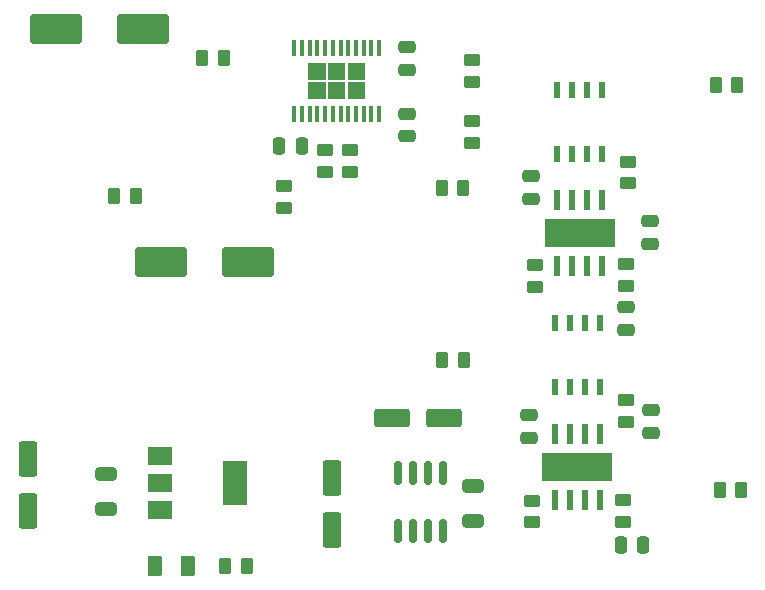
<source format=gtp>
G04 #@! TF.GenerationSoftware,KiCad,Pcbnew,(6.0.4)*
G04 #@! TF.CreationDate,2025-04-28T20:29:24+10:00*
G04 #@! TF.ProjectId,OpenXstim,4f70656e-5873-4746-996d-2e6b69636164,rev?*
G04 #@! TF.SameCoordinates,Original*
G04 #@! TF.FileFunction,Paste,Top*
G04 #@! TF.FilePolarity,Positive*
%FSLAX46Y46*%
G04 Gerber Fmt 4.6, Leading zero omitted, Abs format (unit mm)*
G04 Created by KiCad (PCBNEW (6.0.4)) date 2025-04-28 20:29:24*
%MOMM*%
%LPD*%
G01*
G04 APERTURE LIST*
G04 Aperture macros list*
%AMRoundRect*
0 Rectangle with rounded corners*
0 $1 Rounding radius*
0 $2 $3 $4 $5 $6 $7 $8 $9 X,Y pos of 4 corners*
0 Add a 4 corners polygon primitive as box body*
4,1,4,$2,$3,$4,$5,$6,$7,$8,$9,$2,$3,0*
0 Add four circle primitives for the rounded corners*
1,1,$1+$1,$2,$3*
1,1,$1+$1,$4,$5*
1,1,$1+$1,$6,$7*
1,1,$1+$1,$8,$9*
0 Add four rect primitives between the rounded corners*
20,1,$1+$1,$2,$3,$4,$5,0*
20,1,$1+$1,$4,$5,$6,$7,0*
20,1,$1+$1,$6,$7,$8,$9,0*
20,1,$1+$1,$8,$9,$2,$3,0*%
G04 Aperture macros list end*
%ADD10RoundRect,0.250000X0.262500X0.450000X-0.262500X0.450000X-0.262500X-0.450000X0.262500X-0.450000X0*%
%ADD11RoundRect,0.250000X1.250000X0.550000X-1.250000X0.550000X-1.250000X-0.550000X1.250000X-0.550000X0*%
%ADD12R,0.355600X1.473200*%
%ADD13RoundRect,0.250000X0.450000X-0.262500X0.450000X0.262500X-0.450000X0.262500X-0.450000X-0.262500X0*%
%ADD14RoundRect,0.250000X-0.262500X-0.450000X0.262500X-0.450000X0.262500X0.450000X-0.262500X0.450000X0*%
%ADD15RoundRect,0.250000X-0.250000X-0.475000X0.250000X-0.475000X0.250000X0.475000X-0.250000X0.475000X0*%
%ADD16RoundRect,0.250000X-0.550000X1.250000X-0.550000X-1.250000X0.550000X-1.250000X0.550000X1.250000X0*%
%ADD17RoundRect,0.150000X-0.150000X0.825000X-0.150000X-0.825000X0.150000X-0.825000X0.150000X0.825000X0*%
%ADD18R,2.000000X1.500000*%
%ADD19R,2.000000X3.800000*%
%ADD20RoundRect,0.250000X0.475000X-0.250000X0.475000X0.250000X-0.475000X0.250000X-0.475000X-0.250000X0*%
%ADD21RoundRect,0.250000X0.250000X0.475000X-0.250000X0.475000X-0.250000X-0.475000X0.250000X-0.475000X0*%
%ADD22R,0.600000X1.800000*%
%ADD23R,6.000000X2.400000*%
%ADD24R,0.482600X1.447800*%
%ADD25RoundRect,0.250000X-0.375000X-0.625000X0.375000X-0.625000X0.375000X0.625000X-0.375000X0.625000X0*%
%ADD26RoundRect,0.250000X0.650000X-0.325000X0.650000X0.325000X-0.650000X0.325000X-0.650000X-0.325000X0*%
%ADD27RoundRect,0.250000X-0.450000X0.262500X-0.450000X-0.262500X0.450000X-0.262500X0.450000X0.262500X0*%
%ADD28RoundRect,0.250000X1.950000X1.000000X-1.950000X1.000000X-1.950000X-1.000000X1.950000X-1.000000X0*%
%ADD29RoundRect,0.250000X-0.475000X0.250000X-0.475000X-0.250000X0.475000X-0.250000X0.475000X0.250000X0*%
%ADD30RoundRect,0.250000X0.550000X-1.250000X0.550000X1.250000X-0.550000X1.250000X-0.550000X-1.250000X0*%
G04 APERTURE END LIST*
G36*
X207595800Y-73052000D02*
G01*
X206119400Y-73052000D01*
X206119400Y-71626400D01*
X207595800Y-71626400D01*
X207595800Y-73052000D01*
G37*
G36*
X207595800Y-74677600D02*
G01*
X206119400Y-74677600D01*
X206119400Y-73252000D01*
X207595800Y-73252000D01*
X207595800Y-74677600D01*
G37*
G36*
X204243000Y-73052000D02*
G01*
X202766600Y-73052000D01*
X202766600Y-71626400D01*
X204243000Y-71626400D01*
X204243000Y-73052000D01*
G37*
G36*
X205919400Y-73052000D02*
G01*
X204443000Y-73052000D01*
X204443000Y-71626400D01*
X205919400Y-71626400D01*
X205919400Y-73052000D01*
G37*
G36*
X205919400Y-74677600D02*
G01*
X204443000Y-74677600D01*
X204443000Y-73252000D01*
X205919400Y-73252000D01*
X205919400Y-74677600D01*
G37*
G36*
X204243000Y-74677600D02*
G01*
X202766600Y-74677600D01*
X202766600Y-73252000D01*
X204243000Y-73252000D01*
X204243000Y-74677600D01*
G37*
D10*
X239113700Y-73507600D03*
X237288700Y-73507600D03*
D11*
X214290000Y-101701600D03*
X209890000Y-101701600D03*
D12*
X208756199Y-70332600D03*
X208106200Y-70332600D03*
X207456202Y-70332600D03*
X206806201Y-70332600D03*
X206156202Y-70332600D03*
X205506201Y-70332600D03*
X204856202Y-70332600D03*
X204206201Y-70332600D03*
X203556202Y-70332600D03*
X202906201Y-70332600D03*
X202256202Y-70332600D03*
X201606201Y-70332600D03*
X201606201Y-75971400D03*
X202256200Y-75971400D03*
X202906201Y-75971400D03*
X203556199Y-75971400D03*
X204206201Y-75971400D03*
X204856199Y-75971400D03*
X205506198Y-75971400D03*
X206156199Y-75971400D03*
X206806198Y-75971400D03*
X207456199Y-75971400D03*
X208106198Y-75971400D03*
X208756199Y-75971400D03*
D13*
X229666800Y-102004500D03*
X229666800Y-100179500D03*
D14*
X193803900Y-71221600D03*
X195628900Y-71221600D03*
D15*
X229224800Y-112471200D03*
X231124800Y-112471200D03*
D13*
X229819200Y-81835000D03*
X229819200Y-80010000D03*
D14*
X186336300Y-82905600D03*
X188161300Y-82905600D03*
D16*
X204774800Y-106816800D03*
X204774800Y-111216800D03*
D17*
X214147400Y-106338600D03*
X212877400Y-106338600D03*
X211607400Y-106338600D03*
X210337400Y-106338600D03*
X210337400Y-111288600D03*
X211607400Y-111288600D03*
X212877400Y-111288600D03*
X214147400Y-111288600D03*
D18*
X190245600Y-104888000D03*
X190245600Y-107188000D03*
X190245600Y-109488000D03*
D19*
X196545600Y-107188000D03*
D20*
X211175600Y-77861200D03*
X211175600Y-75961200D03*
D21*
X202219600Y-78689200D03*
X200319600Y-78689200D03*
D22*
X227680200Y-83204400D03*
X226410200Y-83204400D03*
X225140200Y-83204400D03*
X223870200Y-83204400D03*
X223870200Y-88804400D03*
X225140200Y-88804400D03*
X226410200Y-88804400D03*
X227680200Y-88804400D03*
D23*
X225755200Y-86004400D03*
D22*
X227477000Y-103067200D03*
X226207000Y-103067200D03*
X224937000Y-103067200D03*
X223667000Y-103067200D03*
X223667000Y-108667200D03*
X224937000Y-108667200D03*
X226207000Y-108667200D03*
X227477000Y-108667200D03*
D23*
X225552000Y-105867200D03*
D14*
X214073100Y-82194400D03*
X215898100Y-82194400D03*
X195734300Y-114198400D03*
X197559300Y-114198400D03*
D20*
X221488000Y-103362800D03*
X221488000Y-101462800D03*
X231800400Y-102956400D03*
X231800400Y-101056400D03*
D24*
X227457000Y-93637100D03*
X226187000Y-93637100D03*
X224917000Y-93637100D03*
X223647000Y-93637100D03*
X223647000Y-99098100D03*
X224917000Y-99098100D03*
X226187000Y-99098100D03*
X227457000Y-99098100D03*
D25*
X189760400Y-114198400D03*
X192560400Y-114198400D03*
D26*
X216763600Y-110390200D03*
X216763600Y-107440200D03*
D13*
X229412800Y-110488100D03*
X229412800Y-108663100D03*
X221691200Y-110538900D03*
X221691200Y-108713900D03*
D20*
X211175600Y-72222400D03*
X211175600Y-70322400D03*
D27*
X206349600Y-79046700D03*
X206349600Y-80871700D03*
D13*
X221996000Y-90574500D03*
X221996000Y-88749500D03*
D27*
X216611200Y-71426700D03*
X216611200Y-73251700D03*
D20*
X221640400Y-83144400D03*
X221640400Y-81244400D03*
D13*
X229666800Y-90523700D03*
X229666800Y-88698700D03*
D28*
X188815200Y-68732400D03*
X181415200Y-68732400D03*
D13*
X204216000Y-80871700D03*
X204216000Y-79046700D03*
X216611200Y-78382500D03*
X216611200Y-76557500D03*
D10*
X239418500Y-107797600D03*
X237593500Y-107797600D03*
D14*
X214122000Y-96774000D03*
X215947000Y-96774000D03*
D29*
X231749600Y-85054400D03*
X231749600Y-86954400D03*
D30*
X179019200Y-109591200D03*
X179019200Y-105191200D03*
D24*
X227660200Y-73926700D03*
X226390200Y-73926700D03*
X225120200Y-73926700D03*
X223850200Y-73926700D03*
X223850200Y-79387700D03*
X225120200Y-79387700D03*
X226390200Y-79387700D03*
X227660200Y-79387700D03*
D29*
X229666800Y-92318800D03*
X229666800Y-94218800D03*
D26*
X185674000Y-109374200D03*
X185674000Y-106424200D03*
D27*
X200761600Y-82094700D03*
X200761600Y-83919700D03*
D28*
X197705200Y-88493600D03*
X190305200Y-88493600D03*
M02*

</source>
